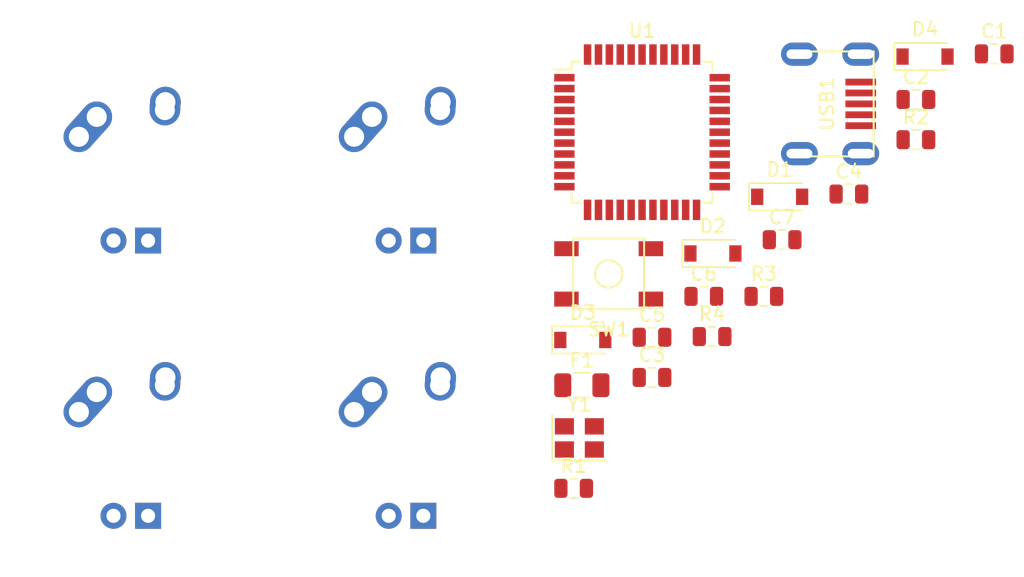
<source format=kicad_pcb>
(kicad_pcb (version 20171130) (host pcbnew "(5.1.4)-1")

  (general
    (thickness 1.6)
    (drawings 0)
    (tracks 0)
    (zones 0)
    (modules 24)
    (nets 49)
  )

  (page A4)
  (layers
    (0 F.Cu signal)
    (31 B.Cu signal)
    (32 B.Adhes user)
    (33 F.Adhes user)
    (34 B.Paste user)
    (35 F.Paste user)
    (36 B.SilkS user)
    (37 F.SilkS user)
    (38 B.Mask user)
    (39 F.Mask user)
    (40 Dwgs.User user)
    (41 Cmts.User user)
    (42 Eco1.User user)
    (43 Eco2.User user)
    (44 Edge.Cuts user)
    (45 Margin user)
    (46 B.CrtYd user)
    (47 F.CrtYd user)
    (48 B.Fab user)
    (49 F.Fab user)
  )

  (setup
    (last_trace_width 0.25)
    (trace_clearance 0.2)
    (zone_clearance 0.508)
    (zone_45_only no)
    (trace_min 0.2)
    (via_size 0.8)
    (via_drill 0.4)
    (via_min_size 0.4)
    (via_min_drill 0.3)
    (uvia_size 0.3)
    (uvia_drill 0.1)
    (uvias_allowed no)
    (uvia_min_size 0.2)
    (uvia_min_drill 0.1)
    (edge_width 0.05)
    (segment_width 0.2)
    (pcb_text_width 0.3)
    (pcb_text_size 1.5 1.5)
    (mod_edge_width 0.12)
    (mod_text_size 1 1)
    (mod_text_width 0.15)
    (pad_size 1.524 1.524)
    (pad_drill 0.762)
    (pad_to_mask_clearance 0.051)
    (solder_mask_min_width 0.25)
    (aux_axis_origin 0 0)
    (visible_elements FFFFFF7F)
    (pcbplotparams
      (layerselection 0x010fc_ffffffff)
      (usegerberextensions false)
      (usegerberattributes false)
      (usegerberadvancedattributes false)
      (creategerberjobfile false)
      (excludeedgelayer true)
      (linewidth 0.100000)
      (plotframeref false)
      (viasonmask false)
      (mode 1)
      (useauxorigin false)
      (hpglpennumber 1)
      (hpglpenspeed 20)
      (hpglpendiameter 15.000000)
      (psnegative false)
      (psa4output false)
      (plotreference true)
      (plotvalue true)
      (plotinvisibletext false)
      (padsonsilk false)
      (subtractmaskfromsilk false)
      (outputformat 1)
      (mirror false)
      (drillshape 1)
      (scaleselection 1)
      (outputdirectory ""))
  )

  (net 0 "")
  (net 1 GND)
  (net 2 +5V)
  (net 3 "Net-(C3-Pad1)")
  (net 4 "Net-(C4-Pad1)")
  (net 5 "Net-(C6-Pad1)")
  (net 6 "Net-(D1-Pad2)")
  (net 7 ROW0)
  (net 8 "Net-(D2-Pad2)")
  (net 9 ROW1)
  (net 10 "Net-(D3-Pad2)")
  (net 11 "Net-(D4-Pad2)")
  (net 12 VCC)
  (net 13 "Net-(MX1-Pad1)")
  (net 14 "Net-(MX3-Pad1)")
  (net 15 "Net-(R1-Pad2)")
  (net 16 D-)
  (net 17 "Net-(R2-Pad2)")
  (net 18 D+)
  (net 19 "Net-(R3-Pad2)")
  (net 20 "Net-(R4-Pad2)")
  (net 21 "Net-(U1-Pad42)")
  (net 22 "Net-(U1-Pad41)")
  (net 23 "Net-(U1-Pad40)")
  (net 24 "Net-(U1-Pad39)")
  (net 25 "Net-(U1-Pad38)")
  (net 26 "Net-(U1-Pad37)")
  (net 27 "Net-(U1-Pad36)")
  (net 28 "Net-(U1-Pad32)")
  (net 29 "Net-(U1-Pad31)")
  (net 30 "Net-(U1-Pad30)")
  (net 31 "Net-(U1-Pad29)")
  (net 32 "Net-(U1-Pad28)")
  (net 33 "Net-(U1-Pad27)")
  (net 34 "Net-(U1-Pad26)")
  (net 35 "Net-(U1-Pad25)")
  (net 36 "Net-(U1-Pad22)")
  (net 37 "Net-(U1-Pad21)")
  (net 38 "Net-(U1-Pad20)")
  (net 39 "Net-(U1-Pad19)")
  (net 40 "Net-(U1-Pad18)")
  (net 41 "Net-(U1-Pad12)")
  (net 42 "Net-(U1-Pad11)")
  (net 43 "Net-(U1-Pad10)")
  (net 44 "Net-(U1-Pad9)")
  (net 45 "Net-(U1-Pad8)")
  (net 46 "Net-(U1-Pad1)")
  (net 47 "Net-(USB1-Pad6)")
  (net 48 "Net-(USB1-Pad2)")

  (net_class Default "This is the default net class."
    (clearance 0.2)
    (trace_width 0.25)
    (via_dia 0.8)
    (via_drill 0.4)
    (uvia_dia 0.3)
    (uvia_drill 0.1)
    (add_net +5V)
    (add_net D+)
    (add_net D-)
    (add_net GND)
    (add_net "Net-(C3-Pad1)")
    (add_net "Net-(C4-Pad1)")
    (add_net "Net-(C6-Pad1)")
    (add_net "Net-(D1-Pad2)")
    (add_net "Net-(D2-Pad2)")
    (add_net "Net-(D3-Pad2)")
    (add_net "Net-(D4-Pad2)")
    (add_net "Net-(MX1-Pad1)")
    (add_net "Net-(MX3-Pad1)")
    (add_net "Net-(R1-Pad2)")
    (add_net "Net-(R2-Pad2)")
    (add_net "Net-(R3-Pad2)")
    (add_net "Net-(R4-Pad2)")
    (add_net "Net-(U1-Pad1)")
    (add_net "Net-(U1-Pad10)")
    (add_net "Net-(U1-Pad11)")
    (add_net "Net-(U1-Pad12)")
    (add_net "Net-(U1-Pad18)")
    (add_net "Net-(U1-Pad19)")
    (add_net "Net-(U1-Pad20)")
    (add_net "Net-(U1-Pad21)")
    (add_net "Net-(U1-Pad22)")
    (add_net "Net-(U1-Pad25)")
    (add_net "Net-(U1-Pad26)")
    (add_net "Net-(U1-Pad27)")
    (add_net "Net-(U1-Pad28)")
    (add_net "Net-(U1-Pad29)")
    (add_net "Net-(U1-Pad30)")
    (add_net "Net-(U1-Pad31)")
    (add_net "Net-(U1-Pad32)")
    (add_net "Net-(U1-Pad36)")
    (add_net "Net-(U1-Pad37)")
    (add_net "Net-(U1-Pad38)")
    (add_net "Net-(U1-Pad39)")
    (add_net "Net-(U1-Pad40)")
    (add_net "Net-(U1-Pad41)")
    (add_net "Net-(U1-Pad42)")
    (add_net "Net-(U1-Pad8)")
    (add_net "Net-(U1-Pad9)")
    (add_net "Net-(USB1-Pad2)")
    (add_net "Net-(USB1-Pad6)")
    (add_net ROW0)
    (add_net ROW1)
    (add_net VCC)
  )

  (module MX_Alps_Hybrid:MX-1U (layer F.Cu) (tedit 5A9F3A9A) (tstamp 64331556)
    (at 35.000001 55.200001)
    (path /643DEA5F)
    (fp_text reference MX2 (at 0 3.175) (layer Dwgs.User)
      (effects (font (size 1 1) (thickness 0.15)))
    )
    (fp_text value MX-NoLED (at 0 -7.9375) (layer Dwgs.User)
      (effects (font (size 1 1) (thickness 0.15)))
    )
    (fp_line (start -9.525 9.525) (end -9.525 -9.525) (layer Dwgs.User) (width 0.15))
    (fp_line (start 9.525 9.525) (end -9.525 9.525) (layer Dwgs.User) (width 0.15))
    (fp_line (start 9.525 -9.525) (end 9.525 9.525) (layer Dwgs.User) (width 0.15))
    (fp_line (start -9.525 -9.525) (end 9.525 -9.525) (layer Dwgs.User) (width 0.15))
    (fp_line (start -7 -7) (end -7 -5) (layer Dwgs.User) (width 0.15))
    (fp_line (start -5 -7) (end -7 -7) (layer Dwgs.User) (width 0.15))
    (fp_line (start -7 7) (end -5 7) (layer Dwgs.User) (width 0.15))
    (fp_line (start -7 5) (end -7 7) (layer Dwgs.User) (width 0.15))
    (fp_line (start 7 7) (end 7 5) (layer Dwgs.User) (width 0.15))
    (fp_line (start 5 7) (end 7 7) (layer Dwgs.User) (width 0.15))
    (fp_line (start 7 -7) (end 7 -5) (layer Dwgs.User) (width 0.15))
    (fp_line (start 5 -7) (end 7 -7) (layer Dwgs.User) (width 0.15))
    (pad "" np_thru_hole circle (at 5.08 0 48.0996) (size 1.75 1.75) (drill 1.75) (layers *.Cu *.Mask))
    (pad "" np_thru_hole circle (at -5.08 0 48.0996) (size 1.75 1.75) (drill 1.75) (layers *.Cu *.Mask))
    (pad 4 thru_hole rect (at 1.27 5.08) (size 1.905 1.905) (drill 1.04) (layers *.Cu B.Mask))
    (pad 3 thru_hole circle (at -1.27 5.08) (size 1.905 1.905) (drill 1.04) (layers *.Cu B.Mask))
    (pad 1 thru_hole circle (at -2.5 -4) (size 2.25 2.25) (drill 1.47) (layers *.Cu B.Mask)
      (net 13 "Net-(MX1-Pad1)"))
    (pad "" np_thru_hole circle (at 0 0) (size 3.9878 3.9878) (drill 3.9878) (layers *.Cu *.Mask))
    (pad 1 thru_hole oval (at -3.81 -2.54 48.0996) (size 4.211556 2.25) (drill 1.47 (offset 0.980778 0)) (layers *.Cu B.Mask)
      (net 13 "Net-(MX1-Pad1)"))
    (pad 2 thru_hole circle (at 2.54 -5.08) (size 2.25 2.25) (drill 1.47) (layers *.Cu B.Mask)
      (net 8 "Net-(D2-Pad2)"))
    (pad 2 thru_hole oval (at 2.5 -4.5 86.0548) (size 2.831378 2.25) (drill 1.47 (offset 0.290689 0)) (layers *.Cu B.Mask)
      (net 8 "Net-(D2-Pad2)"))
  )

  (module MX_Alps_Hybrid:MX-1U (layer F.Cu) (tedit 5A9F3A9A) (tstamp 6433156F)
    (at 55.200001 55.200001)
    (path /643DC28E)
    (fp_text reference MX3 (at 0 3.175) (layer Dwgs.User)
      (effects (font (size 1 1) (thickness 0.15)))
    )
    (fp_text value MX-NoLED (at 0 -7.9375) (layer Dwgs.User)
      (effects (font (size 1 1) (thickness 0.15)))
    )
    (fp_line (start -9.525 9.525) (end -9.525 -9.525) (layer Dwgs.User) (width 0.15))
    (fp_line (start 9.525 9.525) (end -9.525 9.525) (layer Dwgs.User) (width 0.15))
    (fp_line (start 9.525 -9.525) (end 9.525 9.525) (layer Dwgs.User) (width 0.15))
    (fp_line (start -9.525 -9.525) (end 9.525 -9.525) (layer Dwgs.User) (width 0.15))
    (fp_line (start -7 -7) (end -7 -5) (layer Dwgs.User) (width 0.15))
    (fp_line (start -5 -7) (end -7 -7) (layer Dwgs.User) (width 0.15))
    (fp_line (start -7 7) (end -5 7) (layer Dwgs.User) (width 0.15))
    (fp_line (start -7 5) (end -7 7) (layer Dwgs.User) (width 0.15))
    (fp_line (start 7 7) (end 7 5) (layer Dwgs.User) (width 0.15))
    (fp_line (start 5 7) (end 7 7) (layer Dwgs.User) (width 0.15))
    (fp_line (start 7 -7) (end 7 -5) (layer Dwgs.User) (width 0.15))
    (fp_line (start 5 -7) (end 7 -7) (layer Dwgs.User) (width 0.15))
    (pad "" np_thru_hole circle (at 5.08 0 48.0996) (size 1.75 1.75) (drill 1.75) (layers *.Cu *.Mask))
    (pad "" np_thru_hole circle (at -5.08 0 48.0996) (size 1.75 1.75) (drill 1.75) (layers *.Cu *.Mask))
    (pad 4 thru_hole rect (at 1.27 5.08) (size 1.905 1.905) (drill 1.04) (layers *.Cu B.Mask))
    (pad 3 thru_hole circle (at -1.27 5.08) (size 1.905 1.905) (drill 1.04) (layers *.Cu B.Mask))
    (pad 1 thru_hole circle (at -2.5 -4) (size 2.25 2.25) (drill 1.47) (layers *.Cu B.Mask)
      (net 14 "Net-(MX3-Pad1)"))
    (pad "" np_thru_hole circle (at 0 0) (size 3.9878 3.9878) (drill 3.9878) (layers *.Cu *.Mask))
    (pad 1 thru_hole oval (at -3.81 -2.54 48.0996) (size 4.211556 2.25) (drill 1.47 (offset 0.980778 0)) (layers *.Cu B.Mask)
      (net 14 "Net-(MX3-Pad1)"))
    (pad 2 thru_hole circle (at 2.54 -5.08) (size 2.25 2.25) (drill 1.47) (layers *.Cu B.Mask)
      (net 10 "Net-(D3-Pad2)"))
    (pad 2 thru_hole oval (at 2.5 -4.5 86.0548) (size 2.831378 2.25) (drill 1.47 (offset 0.290689 0)) (layers *.Cu B.Mask)
      (net 10 "Net-(D3-Pad2)"))
  )

  (module Crystal:Crystal_SMD_3225-4Pin_3.2x2.5mm (layer F.Cu) (tedit 5A0FD1B2) (tstamp 64331661)
    (at 67.925001 54.565001)
    (descr "SMD Crystal SERIES SMD3225/4 http://www.txccrystal.com/images/pdf/7m-accuracy.pdf, 3.2x2.5mm^2 package")
    (tags "SMD SMT crystal")
    (path /6440020C)
    (attr smd)
    (fp_text reference Y1 (at 0 -2.45) (layer F.SilkS)
      (effects (font (size 1 1) (thickness 0.15)))
    )
    (fp_text value Crystal_GND24_Small (at 0 2.45) (layer F.Fab)
      (effects (font (size 1 1) (thickness 0.15)))
    )
    (fp_line (start 2.1 -1.7) (end -2.1 -1.7) (layer F.CrtYd) (width 0.05))
    (fp_line (start 2.1 1.7) (end 2.1 -1.7) (layer F.CrtYd) (width 0.05))
    (fp_line (start -2.1 1.7) (end 2.1 1.7) (layer F.CrtYd) (width 0.05))
    (fp_line (start -2.1 -1.7) (end -2.1 1.7) (layer F.CrtYd) (width 0.05))
    (fp_line (start -2 1.65) (end 2 1.65) (layer F.SilkS) (width 0.12))
    (fp_line (start -2 -1.65) (end -2 1.65) (layer F.SilkS) (width 0.12))
    (fp_line (start -1.6 0.25) (end -0.6 1.25) (layer F.Fab) (width 0.1))
    (fp_line (start 1.6 -1.25) (end -1.6 -1.25) (layer F.Fab) (width 0.1))
    (fp_line (start 1.6 1.25) (end 1.6 -1.25) (layer F.Fab) (width 0.1))
    (fp_line (start -1.6 1.25) (end 1.6 1.25) (layer F.Fab) (width 0.1))
    (fp_line (start -1.6 -1.25) (end -1.6 1.25) (layer F.Fab) (width 0.1))
    (fp_text user %R (at 0 0) (layer F.Fab)
      (effects (font (size 0.7 0.7) (thickness 0.105)))
    )
    (pad 4 smd rect (at -1.1 -0.85) (size 1.4 1.2) (layers F.Cu F.Paste F.Mask)
      (net 1 GND))
    (pad 3 smd rect (at 1.1 -0.85) (size 1.4 1.2) (layers F.Cu F.Paste F.Mask)
      (net 4 "Net-(C4-Pad1)"))
    (pad 2 smd rect (at 1.1 0.85) (size 1.4 1.2) (layers F.Cu F.Paste F.Mask)
      (net 1 GND))
    (pad 1 smd rect (at -1.1 0.85) (size 1.4 1.2) (layers F.Cu F.Paste F.Mask)
      (net 3 "Net-(C3-Pad1)"))
    (model ${KISYS3DMOD}/Crystal.3dshapes/Crystal_SMD_3225-4Pin_3.2x2.5mm.wrl
      (at (xyz 0 0 0))
      (scale (xyz 1 1 1))
      (rotate (xyz 0 0 0))
    )
  )

  (module random-keyboard-parts:Molex-0548190589 (layer F.Cu) (tedit 5C494815) (tstamp 6433164D)
    (at 84.075001 30.047001)
    (path /643C85A4)
    (attr smd)
    (fp_text reference USB1 (at 2.032 0 90) (layer F.SilkS)
      (effects (font (size 1 1) (thickness 0.15)))
    )
    (fp_text value Molex-0548190589 (at -5.08 0 90) (layer Dwgs.User)
      (effects (font (size 1 1) (thickness 0.15)))
    )
    (fp_text user %R (at 2 0 90) (layer F.CrtYd)
      (effects (font (size 1 1) (thickness 0.15)))
    )
    (fp_line (start 3.25 -1.25) (end 5.5 -1.25) (layer F.CrtYd) (width 0.15))
    (fp_line (start 5.5 -0.5) (end 3.25 -0.5) (layer F.CrtYd) (width 0.15))
    (fp_line (start 3.25 0.5) (end 5.5 0.5) (layer F.CrtYd) (width 0.15))
    (fp_line (start 5.5 1.25) (end 3.25 1.25) (layer F.CrtYd) (width 0.15))
    (fp_line (start 3.25 2) (end 5.5 2) (layer F.CrtYd) (width 0.15))
    (fp_line (start 3.25 -2) (end 3.25 2) (layer F.CrtYd) (width 0.15))
    (fp_line (start 5.5 -2) (end 3.25 -2) (layer F.CrtYd) (width 0.15))
    (fp_line (start -3.75 3.75) (end -3.75 -3.75) (layer F.CrtYd) (width 0.15))
    (fp_line (start 5.5 3.75) (end -3.75 3.75) (layer F.CrtYd) (width 0.15))
    (fp_line (start 5.5 -3.75) (end 5.5 3.75) (layer F.CrtYd) (width 0.15))
    (fp_line (start -3.75 -3.75) (end 5.5 -3.75) (layer F.CrtYd) (width 0.15))
    (fp_line (start 0 -3.85) (end 5.45 -3.85) (layer F.SilkS) (width 0.15))
    (fp_line (start 0 3.85) (end 5.45 3.85) (layer F.SilkS) (width 0.15))
    (fp_line (start 5.45 -3.85) (end 5.45 3.85) (layer F.SilkS) (width 0.15))
    (fp_line (start -3.75 -3.85) (end 0 -3.85) (layer Dwgs.User) (width 0.15))
    (fp_line (start -3.75 3.85) (end 0 3.85) (layer Dwgs.User) (width 0.15))
    (fp_line (start -1.75 -4.572) (end -1.75 4.572) (layer Dwgs.User) (width 0.15))
    (fp_line (start -3.75 -3.85) (end -3.75 3.85) (layer Dwgs.User) (width 0.15))
    (pad 6 thru_hole oval (at 0 -3.65) (size 2.7 1.7) (drill oval 1.9 0.7) (layers *.Cu *.Mask)
      (net 47 "Net-(USB1-Pad6)"))
    (pad 6 thru_hole oval (at 0 3.65) (size 2.7 1.7) (drill oval 1.9 0.7) (layers *.Cu *.Mask)
      (net 47 "Net-(USB1-Pad6)"))
    (pad 6 thru_hole oval (at 4.5 3.65) (size 2.7 1.7) (drill oval 1.9 0.7) (layers *.Cu *.Mask)
      (net 47 "Net-(USB1-Pad6)"))
    (pad 6 thru_hole oval (at 4.5 -3.65) (size 2.7 1.7) (drill oval 1.9 0.7) (layers *.Cu *.Mask)
      (net 47 "Net-(USB1-Pad6)"))
    (pad 5 smd rect (at 4.5 -1.6) (size 2.25 0.5) (layers F.Cu F.Paste F.Mask)
      (net 12 VCC))
    (pad 4 smd rect (at 4.5 -0.8) (size 2.25 0.5) (layers F.Cu F.Paste F.Mask)
      (net 16 D-))
    (pad 3 smd rect (at 4.5 0) (size 2.25 0.5) (layers F.Cu F.Paste F.Mask)
      (net 18 D+))
    (pad 2 smd rect (at 4.5 0.8) (size 2.25 0.5) (layers F.Cu F.Paste F.Mask)
      (net 48 "Net-(USB1-Pad2)"))
    (pad 1 smd rect (at 4.5 1.6) (size 2.25 0.5) (layers F.Cu F.Paste F.Mask)
      (net 1 GND))
  )

  (module Package_QFP:TQFP-44_10x10mm_P0.8mm (layer F.Cu) (tedit 5A02F146) (tstamp 6433162D)
    (at 72.525001 32.125001)
    (descr "44-Lead Plastic Thin Quad Flatpack (PT) - 10x10x1.0 mm Body [TQFP] (see Microchip Packaging Specification 00000049BS.pdf)")
    (tags "QFP 0.8")
    (path /6433A4A7)
    (attr smd)
    (fp_text reference U1 (at 0 -7.45) (layer F.SilkS)
      (effects (font (size 1 1) (thickness 0.15)))
    )
    (fp_text value ATmega32U4-AU (at 0 7.45) (layer F.Fab)
      (effects (font (size 1 1) (thickness 0.15)))
    )
    (fp_line (start -5.175 -4.6) (end -6.45 -4.6) (layer F.SilkS) (width 0.15))
    (fp_line (start 5.175 -5.175) (end 4.5 -5.175) (layer F.SilkS) (width 0.15))
    (fp_line (start 5.175 5.175) (end 4.5 5.175) (layer F.SilkS) (width 0.15))
    (fp_line (start -5.175 5.175) (end -4.5 5.175) (layer F.SilkS) (width 0.15))
    (fp_line (start -5.175 -5.175) (end -4.5 -5.175) (layer F.SilkS) (width 0.15))
    (fp_line (start -5.175 5.175) (end -5.175 4.5) (layer F.SilkS) (width 0.15))
    (fp_line (start 5.175 5.175) (end 5.175 4.5) (layer F.SilkS) (width 0.15))
    (fp_line (start 5.175 -5.175) (end 5.175 -4.5) (layer F.SilkS) (width 0.15))
    (fp_line (start -5.175 -5.175) (end -5.175 -4.6) (layer F.SilkS) (width 0.15))
    (fp_line (start -6.7 6.7) (end 6.7 6.7) (layer F.CrtYd) (width 0.05))
    (fp_line (start -6.7 -6.7) (end 6.7 -6.7) (layer F.CrtYd) (width 0.05))
    (fp_line (start 6.7 -6.7) (end 6.7 6.7) (layer F.CrtYd) (width 0.05))
    (fp_line (start -6.7 -6.7) (end -6.7 6.7) (layer F.CrtYd) (width 0.05))
    (fp_line (start -5 -4) (end -4 -5) (layer F.Fab) (width 0.15))
    (fp_line (start -5 5) (end -5 -4) (layer F.Fab) (width 0.15))
    (fp_line (start 5 5) (end -5 5) (layer F.Fab) (width 0.15))
    (fp_line (start 5 -5) (end 5 5) (layer F.Fab) (width 0.15))
    (fp_line (start -4 -5) (end 5 -5) (layer F.Fab) (width 0.15))
    (fp_text user %R (at 0 0) (layer F.Fab)
      (effects (font (size 1 1) (thickness 0.15)))
    )
    (pad 44 smd rect (at -4 -5.7 90) (size 1.5 0.55) (layers F.Cu F.Paste F.Mask)
      (net 2 +5V))
    (pad 43 smd rect (at -3.2 -5.7 90) (size 1.5 0.55) (layers F.Cu F.Paste F.Mask)
      (net 1 GND))
    (pad 42 smd rect (at -2.4 -5.7 90) (size 1.5 0.55) (layers F.Cu F.Paste F.Mask)
      (net 21 "Net-(U1-Pad42)"))
    (pad 41 smd rect (at -1.6 -5.7 90) (size 1.5 0.55) (layers F.Cu F.Paste F.Mask)
      (net 22 "Net-(U1-Pad41)"))
    (pad 40 smd rect (at -0.8 -5.7 90) (size 1.5 0.55) (layers F.Cu F.Paste F.Mask)
      (net 23 "Net-(U1-Pad40)"))
    (pad 39 smd rect (at 0 -5.7 90) (size 1.5 0.55) (layers F.Cu F.Paste F.Mask)
      (net 24 "Net-(U1-Pad39)"))
    (pad 38 smd rect (at 0.8 -5.7 90) (size 1.5 0.55) (layers F.Cu F.Paste F.Mask)
      (net 25 "Net-(U1-Pad38)"))
    (pad 37 smd rect (at 1.6 -5.7 90) (size 1.5 0.55) (layers F.Cu F.Paste F.Mask)
      (net 26 "Net-(U1-Pad37)"))
    (pad 36 smd rect (at 2.4 -5.7 90) (size 1.5 0.55) (layers F.Cu F.Paste F.Mask)
      (net 27 "Net-(U1-Pad36)"))
    (pad 35 smd rect (at 3.2 -5.7 90) (size 1.5 0.55) (layers F.Cu F.Paste F.Mask)
      (net 1 GND))
    (pad 34 smd rect (at 4 -5.7 90) (size 1.5 0.55) (layers F.Cu F.Paste F.Mask)
      (net 2 +5V))
    (pad 33 smd rect (at 5.7 -4) (size 1.5 0.55) (layers F.Cu F.Paste F.Mask)
      (net 20 "Net-(R4-Pad2)"))
    (pad 32 smd rect (at 5.7 -3.2) (size 1.5 0.55) (layers F.Cu F.Paste F.Mask)
      (net 28 "Net-(U1-Pad32)"))
    (pad 31 smd rect (at 5.7 -2.4) (size 1.5 0.55) (layers F.Cu F.Paste F.Mask)
      (net 29 "Net-(U1-Pad31)"))
    (pad 30 smd rect (at 5.7 -1.6) (size 1.5 0.55) (layers F.Cu F.Paste F.Mask)
      (net 30 "Net-(U1-Pad30)"))
    (pad 29 smd rect (at 5.7 -0.8) (size 1.5 0.55) (layers F.Cu F.Paste F.Mask)
      (net 31 "Net-(U1-Pad29)"))
    (pad 28 smd rect (at 5.7 0) (size 1.5 0.55) (layers F.Cu F.Paste F.Mask)
      (net 32 "Net-(U1-Pad28)"))
    (pad 27 smd rect (at 5.7 0.8) (size 1.5 0.55) (layers F.Cu F.Paste F.Mask)
      (net 33 "Net-(U1-Pad27)"))
    (pad 26 smd rect (at 5.7 1.6) (size 1.5 0.55) (layers F.Cu F.Paste F.Mask)
      (net 34 "Net-(U1-Pad26)"))
    (pad 25 smd rect (at 5.7 2.4) (size 1.5 0.55) (layers F.Cu F.Paste F.Mask)
      (net 35 "Net-(U1-Pad25)"))
    (pad 24 smd rect (at 5.7 3.2) (size 1.5 0.55) (layers F.Cu F.Paste F.Mask)
      (net 2 +5V))
    (pad 23 smd rect (at 5.7 4) (size 1.5 0.55) (layers F.Cu F.Paste F.Mask)
      (net 1 GND))
    (pad 22 smd rect (at 4 5.7 90) (size 1.5 0.55) (layers F.Cu F.Paste F.Mask)
      (net 36 "Net-(U1-Pad22)"))
    (pad 21 smd rect (at 3.2 5.7 90) (size 1.5 0.55) (layers F.Cu F.Paste F.Mask)
      (net 37 "Net-(U1-Pad21)"))
    (pad 20 smd rect (at 2.4 5.7 90) (size 1.5 0.55) (layers F.Cu F.Paste F.Mask)
      (net 38 "Net-(U1-Pad20)"))
    (pad 19 smd rect (at 1.6 5.7 90) (size 1.5 0.55) (layers F.Cu F.Paste F.Mask)
      (net 39 "Net-(U1-Pad19)"))
    (pad 18 smd rect (at 0.8 5.7 90) (size 1.5 0.55) (layers F.Cu F.Paste F.Mask)
      (net 40 "Net-(U1-Pad18)"))
    (pad 17 smd rect (at 0 5.7 90) (size 1.5 0.55) (layers F.Cu F.Paste F.Mask)
      (net 3 "Net-(C3-Pad1)"))
    (pad 16 smd rect (at -0.8 5.7 90) (size 1.5 0.55) (layers F.Cu F.Paste F.Mask)
      (net 4 "Net-(C4-Pad1)"))
    (pad 15 smd rect (at -1.6 5.7 90) (size 1.5 0.55) (layers F.Cu F.Paste F.Mask)
      (net 1 GND))
    (pad 14 smd rect (at -2.4 5.7 90) (size 1.5 0.55) (layers F.Cu F.Paste F.Mask)
      (net 2 +5V))
    (pad 13 smd rect (at -3.2 5.7 90) (size 1.5 0.55) (layers F.Cu F.Paste F.Mask)
      (net 19 "Net-(R3-Pad2)"))
    (pad 12 smd rect (at -4 5.7 90) (size 1.5 0.55) (layers F.Cu F.Paste F.Mask)
      (net 41 "Net-(U1-Pad12)"))
    (pad 11 smd rect (at -5.7 4) (size 1.5 0.55) (layers F.Cu F.Paste F.Mask)
      (net 42 "Net-(U1-Pad11)"))
    (pad 10 smd rect (at -5.7 3.2) (size 1.5 0.55) (layers F.Cu F.Paste F.Mask)
      (net 43 "Net-(U1-Pad10)"))
    (pad 9 smd rect (at -5.7 2.4) (size 1.5 0.55) (layers F.Cu F.Paste F.Mask)
      (net 44 "Net-(U1-Pad9)"))
    (pad 8 smd rect (at -5.7 1.6) (size 1.5 0.55) (layers F.Cu F.Paste F.Mask)
      (net 45 "Net-(U1-Pad8)"))
    (pad 7 smd rect (at -5.7 0.8) (size 1.5 0.55) (layers F.Cu F.Paste F.Mask)
      (net 2 +5V))
    (pad 6 smd rect (at -5.7 0) (size 1.5 0.55) (layers F.Cu F.Paste F.Mask)
      (net 5 "Net-(C6-Pad1)"))
    (pad 5 smd rect (at -5.7 -0.8) (size 1.5 0.55) (layers F.Cu F.Paste F.Mask)
      (net 1 GND))
    (pad 4 smd rect (at -5.7 -1.6) (size 1.5 0.55) (layers F.Cu F.Paste F.Mask)
      (net 17 "Net-(R2-Pad2)"))
    (pad 3 smd rect (at -5.7 -2.4) (size 1.5 0.55) (layers F.Cu F.Paste F.Mask)
      (net 15 "Net-(R1-Pad2)"))
    (pad 2 smd rect (at -5.7 -3.2) (size 1.5 0.55) (layers F.Cu F.Paste F.Mask)
      (net 2 +5V))
    (pad 1 smd rect (at -5.7 -4) (size 1.5 0.55) (layers F.Cu F.Paste F.Mask)
      (net 46 "Net-(U1-Pad1)"))
    (model ${KISYS3DMOD}/Package_QFP.3dshapes/TQFP-44_10x10mm_P0.8mm.wrl
      (at (xyz 0 0 0))
      (scale (xyz 1 1 1))
      (rotate (xyz 0 0 0))
    )
  )

  (module random-keyboard-parts:SKQG-1155865 (layer F.Cu) (tedit 5E62B398) (tstamp 643315EA)
    (at 70.075001 42.525001)
    (path /643A5CD5)
    (attr smd)
    (fp_text reference SW1 (at 0 4.064) (layer F.SilkS)
      (effects (font (size 1 1) (thickness 0.15)))
    )
    (fp_text value SW_Push (at 0 -4.064) (layer F.Fab)
      (effects (font (size 1 1) (thickness 0.15)))
    )
    (fp_line (start -2.6 -2.6) (end 2.6 -2.6) (layer F.SilkS) (width 0.15))
    (fp_line (start 2.6 -2.6) (end 2.6 2.6) (layer F.SilkS) (width 0.15))
    (fp_line (start 2.6 2.6) (end -2.6 2.6) (layer F.SilkS) (width 0.15))
    (fp_line (start -2.6 2.6) (end -2.6 -2.6) (layer F.SilkS) (width 0.15))
    (fp_circle (center 0 0) (end 1 0) (layer F.SilkS) (width 0.15))
    (fp_line (start -4.2 -2.6) (end 4.2 -2.6) (layer F.Fab) (width 0.15))
    (fp_line (start 4.2 -2.6) (end 4.2 -1.2) (layer F.Fab) (width 0.15))
    (fp_line (start 4.2 -1.1) (end 2.6 -1.1) (layer F.Fab) (width 0.15))
    (fp_line (start 2.6 -1.1) (end 2.6 1.1) (layer F.Fab) (width 0.15))
    (fp_line (start 2.6 1.1) (end 4.2 1.1) (layer F.Fab) (width 0.15))
    (fp_line (start 4.2 1.1) (end 4.2 2.6) (layer F.Fab) (width 0.15))
    (fp_line (start 4.2 2.6) (end -4.2 2.6) (layer F.Fab) (width 0.15))
    (fp_line (start -4.2 2.6) (end -4.2 1.1) (layer F.Fab) (width 0.15))
    (fp_line (start -4.2 1.1) (end -2.6 1.1) (layer F.Fab) (width 0.15))
    (fp_line (start -2.6 1.1) (end -2.6 -1.1) (layer F.Fab) (width 0.15))
    (fp_line (start -2.6 -1.1) (end -4.2 -1.1) (layer F.Fab) (width 0.15))
    (fp_line (start -4.2 -1.1) (end -4.2 -2.6) (layer F.Fab) (width 0.15))
    (fp_circle (center 0 0) (end 1 0) (layer F.Fab) (width 0.15))
    (fp_line (start -2.6 -1.1) (end -1.1 -2.6) (layer F.Fab) (width 0.15))
    (fp_line (start 2.6 -1.1) (end 1.1 -2.6) (layer F.Fab) (width 0.15))
    (fp_line (start 2.6 1.1) (end 1.1 2.6) (layer F.Fab) (width 0.15))
    (fp_line (start -2.6 1.1) (end -1.1 2.6) (layer F.Fab) (width 0.15))
    (pad 4 smd rect (at -3.1 1.85) (size 1.8 1.1) (layers F.Cu F.Paste F.Mask))
    (pad 3 smd rect (at 3.1 -1.85) (size 1.8 1.1) (layers F.Cu F.Paste F.Mask))
    (pad 2 smd rect (at -3.1 -1.85) (size 1.8 1.1) (layers F.Cu F.Paste F.Mask)
      (net 19 "Net-(R3-Pad2)"))
    (pad 1 smd rect (at 3.1 1.85) (size 1.8 1.1) (layers F.Cu F.Paste F.Mask)
      (net 1 GND))
    (model ${KISYS3DMOD}/Button_Switch_SMD.3dshapes/SW_SPST_TL3342.step
      (at (xyz 0 0 0))
      (scale (xyz 1 1 1))
      (rotate (xyz 0 0 0))
    )
  )

  (module Resistor_SMD:R_0805_2012Metric (layer F.Cu) (tedit 5B36C52B) (tstamp 643315CC)
    (at 77.665001 47.125001)
    (descr "Resistor SMD 0805 (2012 Metric), square (rectangular) end terminal, IPC_7351 nominal, (Body size source: https://docs.google.com/spreadsheets/d/1BsfQQcO9C6DZCsRaXUlFlo91Tg2WpOkGARC1WS5S8t0/edit?usp=sharing), generated with kicad-footprint-generator")
    (tags resistor)
    (path /6434FA4A)
    (attr smd)
    (fp_text reference R4 (at 0 -1.65) (layer F.SilkS)
      (effects (font (size 1 1) (thickness 0.15)))
    )
    (fp_text value 10k (at 0 1.65) (layer F.Fab)
      (effects (font (size 1 1) (thickness 0.15)))
    )
    (fp_text user %R (at 0 0) (layer F.Fab)
      (effects (font (size 0.5 0.5) (thickness 0.08)))
    )
    (fp_line (start 1.68 0.95) (end -1.68 0.95) (layer F.CrtYd) (width 0.05))
    (fp_line (start 1.68 -0.95) (end 1.68 0.95) (layer F.CrtYd) (width 0.05))
    (fp_line (start -1.68 -0.95) (end 1.68 -0.95) (layer F.CrtYd) (width 0.05))
    (fp_line (start -1.68 0.95) (end -1.68 -0.95) (layer F.CrtYd) (width 0.05))
    (fp_line (start -0.258578 0.71) (end 0.258578 0.71) (layer F.SilkS) (width 0.12))
    (fp_line (start -0.258578 -0.71) (end 0.258578 -0.71) (layer F.SilkS) (width 0.12))
    (fp_line (start 1 0.6) (end -1 0.6) (layer F.Fab) (width 0.1))
    (fp_line (start 1 -0.6) (end 1 0.6) (layer F.Fab) (width 0.1))
    (fp_line (start -1 -0.6) (end 1 -0.6) (layer F.Fab) (width 0.1))
    (fp_line (start -1 0.6) (end -1 -0.6) (layer F.Fab) (width 0.1))
    (pad 2 smd roundrect (at 0.9375 0) (size 0.975 1.4) (layers F.Cu F.Paste F.Mask) (roundrect_rratio 0.25)
      (net 20 "Net-(R4-Pad2)"))
    (pad 1 smd roundrect (at -0.9375 0) (size 0.975 1.4) (layers F.Cu F.Paste F.Mask) (roundrect_rratio 0.25)
      (net 1 GND))
    (model ${KISYS3DMOD}/Resistor_SMD.3dshapes/R_0805_2012Metric.wrl
      (at (xyz 0 0 0))
      (scale (xyz 1 1 1))
      (rotate (xyz 0 0 0))
    )
  )

  (module Resistor_SMD:R_0805_2012Metric (layer F.Cu) (tedit 5B36C52B) (tstamp 643315BB)
    (at 81.465001 44.175001)
    (descr "Resistor SMD 0805 (2012 Metric), square (rectangular) end terminal, IPC_7351 nominal, (Body size source: https://docs.google.com/spreadsheets/d/1BsfQQcO9C6DZCsRaXUlFlo91Tg2WpOkGARC1WS5S8t0/edit?usp=sharing), generated with kicad-footprint-generator")
    (tags resistor)
    (path /643ACD68)
    (attr smd)
    (fp_text reference R3 (at 0 -1.65) (layer F.SilkS)
      (effects (font (size 1 1) (thickness 0.15)))
    )
    (fp_text value R_Small (at 0 1.65) (layer F.Fab)
      (effects (font (size 1 1) (thickness 0.15)))
    )
    (fp_text user %R (at 0 0) (layer F.Fab)
      (effects (font (size 0.5 0.5) (thickness 0.08)))
    )
    (fp_line (start 1.68 0.95) (end -1.68 0.95) (layer F.CrtYd) (width 0.05))
    (fp_line (start 1.68 -0.95) (end 1.68 0.95) (layer F.CrtYd) (width 0.05))
    (fp_line (start -1.68 -0.95) (end 1.68 -0.95) (layer F.CrtYd) (width 0.05))
    (fp_line (start -1.68 0.95) (end -1.68 -0.95) (layer F.CrtYd) (width 0.05))
    (fp_line (start -0.258578 0.71) (end 0.258578 0.71) (layer F.SilkS) (width 0.12))
    (fp_line (start -0.258578 -0.71) (end 0.258578 -0.71) (layer F.SilkS) (width 0.12))
    (fp_line (start 1 0.6) (end -1 0.6) (layer F.Fab) (width 0.1))
    (fp_line (start 1 -0.6) (end 1 0.6) (layer F.Fab) (width 0.1))
    (fp_line (start -1 -0.6) (end 1 -0.6) (layer F.Fab) (width 0.1))
    (fp_line (start -1 0.6) (end -1 -0.6) (layer F.Fab) (width 0.1))
    (pad 2 smd roundrect (at 0.9375 0) (size 0.975 1.4) (layers F.Cu F.Paste F.Mask) (roundrect_rratio 0.25)
      (net 19 "Net-(R3-Pad2)"))
    (pad 1 smd roundrect (at -0.9375 0) (size 0.975 1.4) (layers F.Cu F.Paste F.Mask) (roundrect_rratio 0.25)
      (net 2 +5V))
    (model ${KISYS3DMOD}/Resistor_SMD.3dshapes/R_0805_2012Metric.wrl
      (at (xyz 0 0 0))
      (scale (xyz 1 1 1))
      (rotate (xyz 0 0 0))
    )
  )

  (module Resistor_SMD:R_0805_2012Metric (layer F.Cu) (tedit 5B36C52B) (tstamp 643315AA)
    (at 92.625001 32.675001)
    (descr "Resistor SMD 0805 (2012 Metric), square (rectangular) end terminal, IPC_7351 nominal, (Body size source: https://docs.google.com/spreadsheets/d/1BsfQQcO9C6DZCsRaXUlFlo91Tg2WpOkGARC1WS5S8t0/edit?usp=sharing), generated with kicad-footprint-generator")
    (tags resistor)
    (path /643532BF)
    (attr smd)
    (fp_text reference R2 (at 0 -1.65) (layer F.SilkS)
      (effects (font (size 1 1) (thickness 0.15)))
    )
    (fp_text value 22 (at 0 1.65) (layer F.Fab)
      (effects (font (size 1 1) (thickness 0.15)))
    )
    (fp_text user %R (at 0 0) (layer F.Fab)
      (effects (font (size 0.5 0.5) (thickness 0.08)))
    )
    (fp_line (start 1.68 0.95) (end -1.68 0.95) (layer F.CrtYd) (width 0.05))
    (fp_line (start 1.68 -0.95) (end 1.68 0.95) (layer F.CrtYd) (width 0.05))
    (fp_line (start -1.68 -0.95) (end 1.68 -0.95) (layer F.CrtYd) (width 0.05))
    (fp_line (start -1.68 0.95) (end -1.68 -0.95) (layer F.CrtYd) (width 0.05))
    (fp_line (start -0.258578 0.71) (end 0.258578 0.71) (layer F.SilkS) (width 0.12))
    (fp_line (start -0.258578 -0.71) (end 0.258578 -0.71) (layer F.SilkS) (width 0.12))
    (fp_line (start 1 0.6) (end -1 0.6) (layer F.Fab) (width 0.1))
    (fp_line (start 1 -0.6) (end 1 0.6) (layer F.Fab) (width 0.1))
    (fp_line (start -1 -0.6) (end 1 -0.6) (layer F.Fab) (width 0.1))
    (fp_line (start -1 0.6) (end -1 -0.6) (layer F.Fab) (width 0.1))
    (pad 2 smd roundrect (at 0.9375 0) (size 0.975 1.4) (layers F.Cu F.Paste F.Mask) (roundrect_rratio 0.25)
      (net 17 "Net-(R2-Pad2)"))
    (pad 1 smd roundrect (at -0.9375 0) (size 0.975 1.4) (layers F.Cu F.Paste F.Mask) (roundrect_rratio 0.25)
      (net 18 D+))
    (model ${KISYS3DMOD}/Resistor_SMD.3dshapes/R_0805_2012Metric.wrl
      (at (xyz 0 0 0))
      (scale (xyz 1 1 1))
      (rotate (xyz 0 0 0))
    )
  )

  (module Resistor_SMD:R_0805_2012Metric (layer F.Cu) (tedit 5B36C52B) (tstamp 64331599)
    (at 67.505001 58.265001)
    (descr "Resistor SMD 0805 (2012 Metric), square (rectangular) end terminal, IPC_7351 nominal, (Body size source: https://docs.google.com/spreadsheets/d/1BsfQQcO9C6DZCsRaXUlFlo91Tg2WpOkGARC1WS5S8t0/edit?usp=sharing), generated with kicad-footprint-generator")
    (tags resistor)
    (path /64356707)
    (attr smd)
    (fp_text reference R1 (at 0 -1.65) (layer F.SilkS)
      (effects (font (size 1 1) (thickness 0.15)))
    )
    (fp_text value 22 (at 0 1.65) (layer F.Fab)
      (effects (font (size 1 1) (thickness 0.15)))
    )
    (fp_text user %R (at 0 0) (layer F.Fab)
      (effects (font (size 0.5 0.5) (thickness 0.08)))
    )
    (fp_line (start 1.68 0.95) (end -1.68 0.95) (layer F.CrtYd) (width 0.05))
    (fp_line (start 1.68 -0.95) (end 1.68 0.95) (layer F.CrtYd) (width 0.05))
    (fp_line (start -1.68 -0.95) (end 1.68 -0.95) (layer F.CrtYd) (width 0.05))
    (fp_line (start -1.68 0.95) (end -1.68 -0.95) (layer F.CrtYd) (width 0.05))
    (fp_line (start -0.258578 0.71) (end 0.258578 0.71) (layer F.SilkS) (width 0.12))
    (fp_line (start -0.258578 -0.71) (end 0.258578 -0.71) (layer F.SilkS) (width 0.12))
    (fp_line (start 1 0.6) (end -1 0.6) (layer F.Fab) (width 0.1))
    (fp_line (start 1 -0.6) (end 1 0.6) (layer F.Fab) (width 0.1))
    (fp_line (start -1 -0.6) (end 1 -0.6) (layer F.Fab) (width 0.1))
    (fp_line (start -1 0.6) (end -1 -0.6) (layer F.Fab) (width 0.1))
    (pad 2 smd roundrect (at 0.9375 0) (size 0.975 1.4) (layers F.Cu F.Paste F.Mask) (roundrect_rratio 0.25)
      (net 15 "Net-(R1-Pad2)"))
    (pad 1 smd roundrect (at -0.9375 0) (size 0.975 1.4) (layers F.Cu F.Paste F.Mask) (roundrect_rratio 0.25)
      (net 16 D-))
    (model ${KISYS3DMOD}/Resistor_SMD.3dshapes/R_0805_2012Metric.wrl
      (at (xyz 0 0 0))
      (scale (xyz 1 1 1))
      (rotate (xyz 0 0 0))
    )
  )

  (module MX_Alps_Hybrid:MX-1U (layer F.Cu) (tedit 5A9F3A9A) (tstamp 64331588)
    (at 55.200001 35.000001)
    (path /643DD990)
    (fp_text reference MX4 (at 0 3.175) (layer Dwgs.User)
      (effects (font (size 1 1) (thickness 0.15)))
    )
    (fp_text value MX-NoLED (at 0 -7.9375) (layer Dwgs.User)
      (effects (font (size 1 1) (thickness 0.15)))
    )
    (fp_line (start -9.525 9.525) (end -9.525 -9.525) (layer Dwgs.User) (width 0.15))
    (fp_line (start 9.525 9.525) (end -9.525 9.525) (layer Dwgs.User) (width 0.15))
    (fp_line (start 9.525 -9.525) (end 9.525 9.525) (layer Dwgs.User) (width 0.15))
    (fp_line (start -9.525 -9.525) (end 9.525 -9.525) (layer Dwgs.User) (width 0.15))
    (fp_line (start -7 -7) (end -7 -5) (layer Dwgs.User) (width 0.15))
    (fp_line (start -5 -7) (end -7 -7) (layer Dwgs.User) (width 0.15))
    (fp_line (start -7 7) (end -5 7) (layer Dwgs.User) (width 0.15))
    (fp_line (start -7 5) (end -7 7) (layer Dwgs.User) (width 0.15))
    (fp_line (start 7 7) (end 7 5) (layer Dwgs.User) (width 0.15))
    (fp_line (start 5 7) (end 7 7) (layer Dwgs.User) (width 0.15))
    (fp_line (start 7 -7) (end 7 -5) (layer Dwgs.User) (width 0.15))
    (fp_line (start 5 -7) (end 7 -7) (layer Dwgs.User) (width 0.15))
    (pad "" np_thru_hole circle (at 5.08 0 48.0996) (size 1.75 1.75) (drill 1.75) (layers *.Cu *.Mask))
    (pad "" np_thru_hole circle (at -5.08 0 48.0996) (size 1.75 1.75) (drill 1.75) (layers *.Cu *.Mask))
    (pad 4 thru_hole rect (at 1.27 5.08) (size 1.905 1.905) (drill 1.04) (layers *.Cu B.Mask))
    (pad 3 thru_hole circle (at -1.27 5.08) (size 1.905 1.905) (drill 1.04) (layers *.Cu B.Mask))
    (pad 1 thru_hole circle (at -2.5 -4) (size 2.25 2.25) (drill 1.47) (layers *.Cu B.Mask)
      (net 14 "Net-(MX3-Pad1)"))
    (pad "" np_thru_hole circle (at 0 0) (size 3.9878 3.9878) (drill 3.9878) (layers *.Cu *.Mask))
    (pad 1 thru_hole oval (at -3.81 -2.54 48.0996) (size 4.211556 2.25) (drill 1.47 (offset 0.980778 0)) (layers *.Cu B.Mask)
      (net 14 "Net-(MX3-Pad1)"))
    (pad 2 thru_hole circle (at 2.54 -5.08) (size 2.25 2.25) (drill 1.47) (layers *.Cu B.Mask)
      (net 11 "Net-(D4-Pad2)"))
    (pad 2 thru_hole oval (at 2.5 -4.5 86.0548) (size 2.831378 2.25) (drill 1.47 (offset 0.290689 0)) (layers *.Cu B.Mask)
      (net 11 "Net-(D4-Pad2)"))
  )

  (module MX_Alps_Hybrid:MX-1U (layer F.Cu) (tedit 5A9F3A9A) (tstamp 64331EB0)
    (at 35.000001 35.000001)
    (path /643D5672)
    (fp_text reference MX1 (at 0 3.175) (layer Dwgs.User)
      (effects (font (size 1 1) (thickness 0.15)))
    )
    (fp_text value MX-NoLED (at 0 -7.9375) (layer Dwgs.User)
      (effects (font (size 1 1) (thickness 0.15)))
    )
    (fp_line (start -9.525 9.525) (end -9.525 -9.525) (layer Dwgs.User) (width 0.15))
    (fp_line (start 9.525 9.525) (end -9.525 9.525) (layer Dwgs.User) (width 0.15))
    (fp_line (start 9.525 -9.525) (end 9.525 9.525) (layer Dwgs.User) (width 0.15))
    (fp_line (start -9.525 -9.525) (end 9.525 -9.525) (layer Dwgs.User) (width 0.15))
    (fp_line (start -7 -7) (end -7 -5) (layer Dwgs.User) (width 0.15))
    (fp_line (start -5 -7) (end -7 -7) (layer Dwgs.User) (width 0.15))
    (fp_line (start -7 7) (end -5 7) (layer Dwgs.User) (width 0.15))
    (fp_line (start -7 5) (end -7 7) (layer Dwgs.User) (width 0.15))
    (fp_line (start 7 7) (end 7 5) (layer Dwgs.User) (width 0.15))
    (fp_line (start 5 7) (end 7 7) (layer Dwgs.User) (width 0.15))
    (fp_line (start 7 -7) (end 7 -5) (layer Dwgs.User) (width 0.15))
    (fp_line (start 5 -7) (end 7 -7) (layer Dwgs.User) (width 0.15))
    (pad "" np_thru_hole circle (at 5.08 0 48.0996) (size 1.75 1.75) (drill 1.75) (layers *.Cu *.Mask))
    (pad "" np_thru_hole circle (at -5.08 0 48.0996) (size 1.75 1.75) (drill 1.75) (layers *.Cu *.Mask))
    (pad 4 thru_hole rect (at 1.27 5.08) (size 1.905 1.905) (drill 1.04) (layers *.Cu B.Mask))
    (pad 3 thru_hole circle (at -1.27 5.08) (size 1.905 1.905) (drill 1.04) (layers *.Cu B.Mask))
    (pad 1 thru_hole circle (at -2.5 -4) (size 2.25 2.25) (drill 1.47) (layers *.Cu B.Mask)
      (net 13 "Net-(MX1-Pad1)"))
    (pad "" np_thru_hole circle (at 0 0) (size 3.9878 3.9878) (drill 3.9878) (layers *.Cu *.Mask))
    (pad 1 thru_hole oval (at -3.81 -2.54 48.0996) (size 4.211556 2.25) (drill 1.47 (offset 0.980778 0)) (layers *.Cu B.Mask)
      (net 13 "Net-(MX1-Pad1)"))
    (pad 2 thru_hole circle (at 2.54 -5.08) (size 2.25 2.25) (drill 1.47) (layers *.Cu B.Mask)
      (net 6 "Net-(D1-Pad2)"))
    (pad 2 thru_hole oval (at 2.5 -4.5 86.0548) (size 2.831378 2.25) (drill 1.47 (offset 0.290689 0)) (layers *.Cu B.Mask)
      (net 6 "Net-(D1-Pad2)"))
  )

  (module Fuse:Fuse_1206_3216Metric (layer F.Cu) (tedit 5B301BBE) (tstamp 64331524)
    (at 68.105001 50.695001)
    (descr "Fuse SMD 1206 (3216 Metric), square (rectangular) end terminal, IPC_7351 nominal, (Body size source: http://www.tortai-tech.com/upload/download/2011102023233369053.pdf), generated with kicad-footprint-generator")
    (tags resistor)
    (path /643CF417)
    (attr smd)
    (fp_text reference F1 (at 0 -1.82) (layer F.SilkS)
      (effects (font (size 1 1) (thickness 0.15)))
    )
    (fp_text value Polyfuse (at 0 1.82) (layer F.Fab)
      (effects (font (size 1 1) (thickness 0.15)))
    )
    (fp_text user %R (at 0 0) (layer F.Fab)
      (effects (font (size 0.8 0.8) (thickness 0.12)))
    )
    (fp_line (start 2.28 1.12) (end -2.28 1.12) (layer F.CrtYd) (width 0.05))
    (fp_line (start 2.28 -1.12) (end 2.28 1.12) (layer F.CrtYd) (width 0.05))
    (fp_line (start -2.28 -1.12) (end 2.28 -1.12) (layer F.CrtYd) (width 0.05))
    (fp_line (start -2.28 1.12) (end -2.28 -1.12) (layer F.CrtYd) (width 0.05))
    (fp_line (start -0.602064 0.91) (end 0.602064 0.91) (layer F.SilkS) (width 0.12))
    (fp_line (start -0.602064 -0.91) (end 0.602064 -0.91) (layer F.SilkS) (width 0.12))
    (fp_line (start 1.6 0.8) (end -1.6 0.8) (layer F.Fab) (width 0.1))
    (fp_line (start 1.6 -0.8) (end 1.6 0.8) (layer F.Fab) (width 0.1))
    (fp_line (start -1.6 -0.8) (end 1.6 -0.8) (layer F.Fab) (width 0.1))
    (fp_line (start -1.6 0.8) (end -1.6 -0.8) (layer F.Fab) (width 0.1))
    (pad 2 smd roundrect (at 1.4 0) (size 1.25 1.75) (layers F.Cu F.Paste F.Mask) (roundrect_rratio 0.2)
      (net 12 VCC))
    (pad 1 smd roundrect (at -1.4 0) (size 1.25 1.75) (layers F.Cu F.Paste F.Mask) (roundrect_rratio 0.2)
      (net 2 +5V))
    (model ${KISYS3DMOD}/Fuse.3dshapes/Fuse_1206_3216Metric.wrl
      (at (xyz 0 0 0))
      (scale (xyz 1 1 1))
      (rotate (xyz 0 0 0))
    )
  )

  (module Diode_SMD:D_SOD-123 (layer F.Cu) (tedit 58645DC7) (tstamp 64331513)
    (at 93.295001 26.575001)
    (descr SOD-123)
    (tags SOD-123)
    (path /643DD996)
    (attr smd)
    (fp_text reference D4 (at 0 -2) (layer F.SilkS)
      (effects (font (size 1 1) (thickness 0.15)))
    )
    (fp_text value D_Small (at 0 2.1) (layer F.Fab)
      (effects (font (size 1 1) (thickness 0.15)))
    )
    (fp_line (start -2.25 -1) (end 1.65 -1) (layer F.SilkS) (width 0.12))
    (fp_line (start -2.25 1) (end 1.65 1) (layer F.SilkS) (width 0.12))
    (fp_line (start -2.35 -1.15) (end -2.35 1.15) (layer F.CrtYd) (width 0.05))
    (fp_line (start 2.35 1.15) (end -2.35 1.15) (layer F.CrtYd) (width 0.05))
    (fp_line (start 2.35 -1.15) (end 2.35 1.15) (layer F.CrtYd) (width 0.05))
    (fp_line (start -2.35 -1.15) (end 2.35 -1.15) (layer F.CrtYd) (width 0.05))
    (fp_line (start -1.4 -0.9) (end 1.4 -0.9) (layer F.Fab) (width 0.1))
    (fp_line (start 1.4 -0.9) (end 1.4 0.9) (layer F.Fab) (width 0.1))
    (fp_line (start 1.4 0.9) (end -1.4 0.9) (layer F.Fab) (width 0.1))
    (fp_line (start -1.4 0.9) (end -1.4 -0.9) (layer F.Fab) (width 0.1))
    (fp_line (start -0.75 0) (end -0.35 0) (layer F.Fab) (width 0.1))
    (fp_line (start -0.35 0) (end -0.35 -0.55) (layer F.Fab) (width 0.1))
    (fp_line (start -0.35 0) (end -0.35 0.55) (layer F.Fab) (width 0.1))
    (fp_line (start -0.35 0) (end 0.25 -0.4) (layer F.Fab) (width 0.1))
    (fp_line (start 0.25 -0.4) (end 0.25 0.4) (layer F.Fab) (width 0.1))
    (fp_line (start 0.25 0.4) (end -0.35 0) (layer F.Fab) (width 0.1))
    (fp_line (start 0.25 0) (end 0.75 0) (layer F.Fab) (width 0.1))
    (fp_line (start -2.25 -1) (end -2.25 1) (layer F.SilkS) (width 0.12))
    (fp_text user %R (at 0 -2) (layer F.Fab)
      (effects (font (size 1 1) (thickness 0.15)))
    )
    (pad 2 smd rect (at 1.65 0) (size 0.9 1.2) (layers F.Cu F.Paste F.Mask)
      (net 11 "Net-(D4-Pad2)"))
    (pad 1 smd rect (at -1.65 0) (size 0.9 1.2) (layers F.Cu F.Paste F.Mask)
      (net 9 ROW1))
    (model ${KISYS3DMOD}/Diode_SMD.3dshapes/D_SOD-123.wrl
      (at (xyz 0 0 0))
      (scale (xyz 1 1 1))
      (rotate (xyz 0 0 0))
    )
  )

  (module Diode_SMD:D_SOD-123 (layer F.Cu) (tedit 58645DC7) (tstamp 643314FA)
    (at 68.175001 47.375001)
    (descr SOD-123)
    (tags SOD-123)
    (path /643DC294)
    (attr smd)
    (fp_text reference D3 (at 0 -2) (layer F.SilkS)
      (effects (font (size 1 1) (thickness 0.15)))
    )
    (fp_text value D_Small (at 0 2.1) (layer F.Fab)
      (effects (font (size 1 1) (thickness 0.15)))
    )
    (fp_line (start -2.25 -1) (end 1.65 -1) (layer F.SilkS) (width 0.12))
    (fp_line (start -2.25 1) (end 1.65 1) (layer F.SilkS) (width 0.12))
    (fp_line (start -2.35 -1.15) (end -2.35 1.15) (layer F.CrtYd) (width 0.05))
    (fp_line (start 2.35 1.15) (end -2.35 1.15) (layer F.CrtYd) (width 0.05))
    (fp_line (start 2.35 -1.15) (end 2.35 1.15) (layer F.CrtYd) (width 0.05))
    (fp_line (start -2.35 -1.15) (end 2.35 -1.15) (layer F.CrtYd) (width 0.05))
    (fp_line (start -1.4 -0.9) (end 1.4 -0.9) (layer F.Fab) (width 0.1))
    (fp_line (start 1.4 -0.9) (end 1.4 0.9) (layer F.Fab) (width 0.1))
    (fp_line (start 1.4 0.9) (end -1.4 0.9) (layer F.Fab) (width 0.1))
    (fp_line (start -1.4 0.9) (end -1.4 -0.9) (layer F.Fab) (width 0.1))
    (fp_line (start -0.75 0) (end -0.35 0) (layer F.Fab) (width 0.1))
    (fp_line (start -0.35 0) (end -0.35 -0.55) (layer F.Fab) (width 0.1))
    (fp_line (start -0.35 0) (end -0.35 0.55) (layer F.Fab) (width 0.1))
    (fp_line (start -0.35 0) (end 0.25 -0.4) (layer F.Fab) (width 0.1))
    (fp_line (start 0.25 -0.4) (end 0.25 0.4) (layer F.Fab) (width 0.1))
    (fp_line (start 0.25 0.4) (end -0.35 0) (layer F.Fab) (width 0.1))
    (fp_line (start 0.25 0) (end 0.75 0) (layer F.Fab) (width 0.1))
    (fp_line (start -2.25 -1) (end -2.25 1) (layer F.SilkS) (width 0.12))
    (fp_text user %R (at 0 -2) (layer F.Fab)
      (effects (font (size 1 1) (thickness 0.15)))
    )
    (pad 2 smd rect (at 1.65 0) (size 0.9 1.2) (layers F.Cu F.Paste F.Mask)
      (net 10 "Net-(D3-Pad2)"))
    (pad 1 smd rect (at -1.65 0) (size 0.9 1.2) (layers F.Cu F.Paste F.Mask)
      (net 7 ROW0))
    (model ${KISYS3DMOD}/Diode_SMD.3dshapes/D_SOD-123.wrl
      (at (xyz 0 0 0))
      (scale (xyz 1 1 1))
      (rotate (xyz 0 0 0))
    )
  )

  (module Diode_SMD:D_SOD-123 (layer F.Cu) (tedit 58645DC7) (tstamp 643314E1)
    (at 77.725001 41.025001)
    (descr SOD-123)
    (tags SOD-123)
    (path /643DEA65)
    (attr smd)
    (fp_text reference D2 (at 0 -2) (layer F.SilkS)
      (effects (font (size 1 1) (thickness 0.15)))
    )
    (fp_text value D_Small (at 0 2.1) (layer F.Fab)
      (effects (font (size 1 1) (thickness 0.15)))
    )
    (fp_line (start -2.25 -1) (end 1.65 -1) (layer F.SilkS) (width 0.12))
    (fp_line (start -2.25 1) (end 1.65 1) (layer F.SilkS) (width 0.12))
    (fp_line (start -2.35 -1.15) (end -2.35 1.15) (layer F.CrtYd) (width 0.05))
    (fp_line (start 2.35 1.15) (end -2.35 1.15) (layer F.CrtYd) (width 0.05))
    (fp_line (start 2.35 -1.15) (end 2.35 1.15) (layer F.CrtYd) (width 0.05))
    (fp_line (start -2.35 -1.15) (end 2.35 -1.15) (layer F.CrtYd) (width 0.05))
    (fp_line (start -1.4 -0.9) (end 1.4 -0.9) (layer F.Fab) (width 0.1))
    (fp_line (start 1.4 -0.9) (end 1.4 0.9) (layer F.Fab) (width 0.1))
    (fp_line (start 1.4 0.9) (end -1.4 0.9) (layer F.Fab) (width 0.1))
    (fp_line (start -1.4 0.9) (end -1.4 -0.9) (layer F.Fab) (width 0.1))
    (fp_line (start -0.75 0) (end -0.35 0) (layer F.Fab) (width 0.1))
    (fp_line (start -0.35 0) (end -0.35 -0.55) (layer F.Fab) (width 0.1))
    (fp_line (start -0.35 0) (end -0.35 0.55) (layer F.Fab) (width 0.1))
    (fp_line (start -0.35 0) (end 0.25 -0.4) (layer F.Fab) (width 0.1))
    (fp_line (start 0.25 -0.4) (end 0.25 0.4) (layer F.Fab) (width 0.1))
    (fp_line (start 0.25 0.4) (end -0.35 0) (layer F.Fab) (width 0.1))
    (fp_line (start 0.25 0) (end 0.75 0) (layer F.Fab) (width 0.1))
    (fp_line (start -2.25 -1) (end -2.25 1) (layer F.SilkS) (width 0.12))
    (fp_text user %R (at 0 -2) (layer F.Fab)
      (effects (font (size 1 1) (thickness 0.15)))
    )
    (pad 2 smd rect (at 1.65 0) (size 0.9 1.2) (layers F.Cu F.Paste F.Mask)
      (net 8 "Net-(D2-Pad2)"))
    (pad 1 smd rect (at -1.65 0) (size 0.9 1.2) (layers F.Cu F.Paste F.Mask)
      (net 9 ROW1))
    (model ${KISYS3DMOD}/Diode_SMD.3dshapes/D_SOD-123.wrl
      (at (xyz 0 0 0))
      (scale (xyz 1 1 1))
      (rotate (xyz 0 0 0))
    )
  )

  (module Diode_SMD:D_SOD-123 (layer F.Cu) (tedit 58645DC7) (tstamp 643314C8)
    (at 82.625001 36.865001)
    (descr SOD-123)
    (tags SOD-123)
    (path /643D6826)
    (attr smd)
    (fp_text reference D1 (at 0 -2) (layer F.SilkS)
      (effects (font (size 1 1) (thickness 0.15)))
    )
    (fp_text value D_Small (at 0 2.1) (layer F.Fab)
      (effects (font (size 1 1) (thickness 0.15)))
    )
    (fp_line (start -2.25 -1) (end 1.65 -1) (layer F.SilkS) (width 0.12))
    (fp_line (start -2.25 1) (end 1.65 1) (layer F.SilkS) (width 0.12))
    (fp_line (start -2.35 -1.15) (end -2.35 1.15) (layer F.CrtYd) (width 0.05))
    (fp_line (start 2.35 1.15) (end -2.35 1.15) (layer F.CrtYd) (width 0.05))
    (fp_line (start 2.35 -1.15) (end 2.35 1.15) (layer F.CrtYd) (width 0.05))
    (fp_line (start -2.35 -1.15) (end 2.35 -1.15) (layer F.CrtYd) (width 0.05))
    (fp_line (start -1.4 -0.9) (end 1.4 -0.9) (layer F.Fab) (width 0.1))
    (fp_line (start 1.4 -0.9) (end 1.4 0.9) (layer F.Fab) (width 0.1))
    (fp_line (start 1.4 0.9) (end -1.4 0.9) (layer F.Fab) (width 0.1))
    (fp_line (start -1.4 0.9) (end -1.4 -0.9) (layer F.Fab) (width 0.1))
    (fp_line (start -0.75 0) (end -0.35 0) (layer F.Fab) (width 0.1))
    (fp_line (start -0.35 0) (end -0.35 -0.55) (layer F.Fab) (width 0.1))
    (fp_line (start -0.35 0) (end -0.35 0.55) (layer F.Fab) (width 0.1))
    (fp_line (start -0.35 0) (end 0.25 -0.4) (layer F.Fab) (width 0.1))
    (fp_line (start 0.25 -0.4) (end 0.25 0.4) (layer F.Fab) (width 0.1))
    (fp_line (start 0.25 0.4) (end -0.35 0) (layer F.Fab) (width 0.1))
    (fp_line (start 0.25 0) (end 0.75 0) (layer F.Fab) (width 0.1))
    (fp_line (start -2.25 -1) (end -2.25 1) (layer F.SilkS) (width 0.12))
    (fp_text user %R (at 0 -2) (layer F.Fab)
      (effects (font (size 1 1) (thickness 0.15)))
    )
    (pad 2 smd rect (at 1.65 0) (size 0.9 1.2) (layers F.Cu F.Paste F.Mask)
      (net 6 "Net-(D1-Pad2)"))
    (pad 1 smd rect (at -1.65 0) (size 0.9 1.2) (layers F.Cu F.Paste F.Mask)
      (net 7 ROW0))
    (model ${KISYS3DMOD}/Diode_SMD.3dshapes/D_SOD-123.wrl
      (at (xyz 0 0 0))
      (scale (xyz 1 1 1))
      (rotate (xyz 0 0 0))
    )
  )

  (module Capacitor_SMD:C_0805_2012Metric (layer F.Cu) (tedit 5B36C52B) (tstamp 643314AF)
    (at 82.805001 40.015001)
    (descr "Capacitor SMD 0805 (2012 Metric), square (rectangular) end terminal, IPC_7351 nominal, (Body size source: https://docs.google.com/spreadsheets/d/1BsfQQcO9C6DZCsRaXUlFlo91Tg2WpOkGARC1WS5S8t0/edit?usp=sharing), generated with kicad-footprint-generator")
    (tags capacitor)
    (path /64391591)
    (attr smd)
    (fp_text reference C7 (at 0 -1.65) (layer F.SilkS)
      (effects (font (size 1 1) (thickness 0.15)))
    )
    (fp_text value 10uF (at 0 1.65) (layer F.Fab)
      (effects (font (size 1 1) (thickness 0.15)))
    )
    (fp_text user %R (at 0 0) (layer F.Fab)
      (effects (font (size 0.5 0.5) (thickness 0.08)))
    )
    (fp_line (start 1.68 0.95) (end -1.68 0.95) (layer F.CrtYd) (width 0.05))
    (fp_line (start 1.68 -0.95) (end 1.68 0.95) (layer F.CrtYd) (width 0.05))
    (fp_line (start -1.68 -0.95) (end 1.68 -0.95) (layer F.CrtYd) (width 0.05))
    (fp_line (start -1.68 0.95) (end -1.68 -0.95) (layer F.CrtYd) (width 0.05))
    (fp_line (start -0.258578 0.71) (end 0.258578 0.71) (layer F.SilkS) (width 0.12))
    (fp_line (start -0.258578 -0.71) (end 0.258578 -0.71) (layer F.SilkS) (width 0.12))
    (fp_line (start 1 0.6) (end -1 0.6) (layer F.Fab) (width 0.1))
    (fp_line (start 1 -0.6) (end 1 0.6) (layer F.Fab) (width 0.1))
    (fp_line (start -1 -0.6) (end 1 -0.6) (layer F.Fab) (width 0.1))
    (fp_line (start -1 0.6) (end -1 -0.6) (layer F.Fab) (width 0.1))
    (pad 2 smd roundrect (at 0.9375 0) (size 0.975 1.4) (layers F.Cu F.Paste F.Mask) (roundrect_rratio 0.25)
      (net 1 GND))
    (pad 1 smd roundrect (at -0.9375 0) (size 0.975 1.4) (layers F.Cu F.Paste F.Mask) (roundrect_rratio 0.25)
      (net 2 +5V))
    (model ${KISYS3DMOD}/Capacitor_SMD.3dshapes/C_0805_2012Metric.wrl
      (at (xyz 0 0 0))
      (scale (xyz 1 1 1))
      (rotate (xyz 0 0 0))
    )
  )

  (module Capacitor_SMD:C_0805_2012Metric (layer F.Cu) (tedit 5B36C52B) (tstamp 6433149E)
    (at 77.055001 44.175001)
    (descr "Capacitor SMD 0805 (2012 Metric), square (rectangular) end terminal, IPC_7351 nominal, (Body size source: https://docs.google.com/spreadsheets/d/1BsfQQcO9C6DZCsRaXUlFlo91Tg2WpOkGARC1WS5S8t0/edit?usp=sharing), generated with kicad-footprint-generator")
    (tags capacitor)
    (path /64389490)
    (attr smd)
    (fp_text reference C6 (at 0 -1.65) (layer F.SilkS)
      (effects (font (size 1 1) (thickness 0.15)))
    )
    (fp_text value 1uF (at 0 1.65) (layer F.Fab)
      (effects (font (size 1 1) (thickness 0.15)))
    )
    (fp_text user %R (at 0 0) (layer F.Fab)
      (effects (font (size 0.5 0.5) (thickness 0.08)))
    )
    (fp_line (start 1.68 0.95) (end -1.68 0.95) (layer F.CrtYd) (width 0.05))
    (fp_line (start 1.68 -0.95) (end 1.68 0.95) (layer F.CrtYd) (width 0.05))
    (fp_line (start -1.68 -0.95) (end 1.68 -0.95) (layer F.CrtYd) (width 0.05))
    (fp_line (start -1.68 0.95) (end -1.68 -0.95) (layer F.CrtYd) (width 0.05))
    (fp_line (start -0.258578 0.71) (end 0.258578 0.71) (layer F.SilkS) (width 0.12))
    (fp_line (start -0.258578 -0.71) (end 0.258578 -0.71) (layer F.SilkS) (width 0.12))
    (fp_line (start 1 0.6) (end -1 0.6) (layer F.Fab) (width 0.1))
    (fp_line (start 1 -0.6) (end 1 0.6) (layer F.Fab) (width 0.1))
    (fp_line (start -1 -0.6) (end 1 -0.6) (layer F.Fab) (width 0.1))
    (fp_line (start -1 0.6) (end -1 -0.6) (layer F.Fab) (width 0.1))
    (pad 2 smd roundrect (at 0.9375 0) (size 0.975 1.4) (layers F.Cu F.Paste F.Mask) (roundrect_rratio 0.25)
      (net 1 GND))
    (pad 1 smd roundrect (at -0.9375 0) (size 0.975 1.4) (layers F.Cu F.Paste F.Mask) (roundrect_rratio 0.25)
      (net 5 "Net-(C6-Pad1)"))
    (model ${KISYS3DMOD}/Capacitor_SMD.3dshapes/C_0805_2012Metric.wrl
      (at (xyz 0 0 0))
      (scale (xyz 1 1 1))
      (rotate (xyz 0 0 0))
    )
  )

  (module Capacitor_SMD:C_0805_2012Metric (layer F.Cu) (tedit 5B36C52B) (tstamp 6433148D)
    (at 73.255001 47.175001)
    (descr "Capacitor SMD 0805 (2012 Metric), square (rectangular) end terminal, IPC_7351 nominal, (Body size source: https://docs.google.com/spreadsheets/d/1BsfQQcO9C6DZCsRaXUlFlo91Tg2WpOkGARC1WS5S8t0/edit?usp=sharing), generated with kicad-footprint-generator")
    (tags capacitor)
    (path /643905AA)
    (attr smd)
    (fp_text reference C5 (at 0 -1.65) (layer F.SilkS)
      (effects (font (size 1 1) (thickness 0.15)))
    )
    (fp_text value 0.1uf (at 0 1.65) (layer F.Fab)
      (effects (font (size 1 1) (thickness 0.15)))
    )
    (fp_text user %R (at 0 0) (layer F.Fab)
      (effects (font (size 0.5 0.5) (thickness 0.08)))
    )
    (fp_line (start 1.68 0.95) (end -1.68 0.95) (layer F.CrtYd) (width 0.05))
    (fp_line (start 1.68 -0.95) (end 1.68 0.95) (layer F.CrtYd) (width 0.05))
    (fp_line (start -1.68 -0.95) (end 1.68 -0.95) (layer F.CrtYd) (width 0.05))
    (fp_line (start -1.68 0.95) (end -1.68 -0.95) (layer F.CrtYd) (width 0.05))
    (fp_line (start -0.258578 0.71) (end 0.258578 0.71) (layer F.SilkS) (width 0.12))
    (fp_line (start -0.258578 -0.71) (end 0.258578 -0.71) (layer F.SilkS) (width 0.12))
    (fp_line (start 1 0.6) (end -1 0.6) (layer F.Fab) (width 0.1))
    (fp_line (start 1 -0.6) (end 1 0.6) (layer F.Fab) (width 0.1))
    (fp_line (start -1 -0.6) (end 1 -0.6) (layer F.Fab) (width 0.1))
    (fp_line (start -1 0.6) (end -1 -0.6) (layer F.Fab) (width 0.1))
    (pad 2 smd roundrect (at 0.9375 0) (size 0.975 1.4) (layers F.Cu F.Paste F.Mask) (roundrect_rratio 0.25)
      (net 1 GND))
    (pad 1 smd roundrect (at -0.9375 0) (size 0.975 1.4) (layers F.Cu F.Paste F.Mask) (roundrect_rratio 0.25)
      (net 2 +5V))
    (model ${KISYS3DMOD}/Capacitor_SMD.3dshapes/C_0805_2012Metric.wrl
      (at (xyz 0 0 0))
      (scale (xyz 1 1 1))
      (rotate (xyz 0 0 0))
    )
  )

  (module Capacitor_SMD:C_0805_2012Metric (layer F.Cu) (tedit 5B36C52B) (tstamp 6433147C)
    (at 87.705001 36.665001)
    (descr "Capacitor SMD 0805 (2012 Metric), square (rectangular) end terminal, IPC_7351 nominal, (Body size source: https://docs.google.com/spreadsheets/d/1BsfQQcO9C6DZCsRaXUlFlo91Tg2WpOkGARC1WS5S8t0/edit?usp=sharing), generated with kicad-footprint-generator")
    (tags capacitor)
    (path /6439B549)
    (attr smd)
    (fp_text reference C4 (at 0 -1.65) (layer F.SilkS)
      (effects (font (size 1 1) (thickness 0.15)))
    )
    (fp_text value 22pF (at 0 1.65) (layer F.Fab)
      (effects (font (size 1 1) (thickness 0.15)))
    )
    (fp_text user %R (at 0 0) (layer F.Fab)
      (effects (font (size 0.5 0.5) (thickness 0.08)))
    )
    (fp_line (start 1.68 0.95) (end -1.68 0.95) (layer F.CrtYd) (width 0.05))
    (fp_line (start 1.68 -0.95) (end 1.68 0.95) (layer F.CrtYd) (width 0.05))
    (fp_line (start -1.68 -0.95) (end 1.68 -0.95) (layer F.CrtYd) (width 0.05))
    (fp_line (start -1.68 0.95) (end -1.68 -0.95) (layer F.CrtYd) (width 0.05))
    (fp_line (start -0.258578 0.71) (end 0.258578 0.71) (layer F.SilkS) (width 0.12))
    (fp_line (start -0.258578 -0.71) (end 0.258578 -0.71) (layer F.SilkS) (width 0.12))
    (fp_line (start 1 0.6) (end -1 0.6) (layer F.Fab) (width 0.1))
    (fp_line (start 1 -0.6) (end 1 0.6) (layer F.Fab) (width 0.1))
    (fp_line (start -1 -0.6) (end 1 -0.6) (layer F.Fab) (width 0.1))
    (fp_line (start -1 0.6) (end -1 -0.6) (layer F.Fab) (width 0.1))
    (pad 2 smd roundrect (at 0.9375 0) (size 0.975 1.4) (layers F.Cu F.Paste F.Mask) (roundrect_rratio 0.25)
      (net 1 GND))
    (pad 1 smd roundrect (at -0.9375 0) (size 0.975 1.4) (layers F.Cu F.Paste F.Mask) (roundrect_rratio 0.25)
      (net 4 "Net-(C4-Pad1)"))
    (model ${KISYS3DMOD}/Capacitor_SMD.3dshapes/C_0805_2012Metric.wrl
      (at (xyz 0 0 0))
      (scale (xyz 1 1 1))
      (rotate (xyz 0 0 0))
    )
  )

  (module Capacitor_SMD:C_0805_2012Metric (layer F.Cu) (tedit 5B36C52B) (tstamp 6433146B)
    (at 73.255001 50.125001)
    (descr "Capacitor SMD 0805 (2012 Metric), square (rectangular) end terminal, IPC_7351 nominal, (Body size source: https://docs.google.com/spreadsheets/d/1BsfQQcO9C6DZCsRaXUlFlo91Tg2WpOkGARC1WS5S8t0/edit?usp=sharing), generated with kicad-footprint-generator")
    (tags capacitor)
    (path /64398433)
    (attr smd)
    (fp_text reference C3 (at 0 -1.65) (layer F.SilkS)
      (effects (font (size 1 1) (thickness 0.15)))
    )
    (fp_text value 22pF (at 0 1.65) (layer F.Fab)
      (effects (font (size 1 1) (thickness 0.15)))
    )
    (fp_text user %R (at 0 0) (layer F.Fab)
      (effects (font (size 0.5 0.5) (thickness 0.08)))
    )
    (fp_line (start 1.68 0.95) (end -1.68 0.95) (layer F.CrtYd) (width 0.05))
    (fp_line (start 1.68 -0.95) (end 1.68 0.95) (layer F.CrtYd) (width 0.05))
    (fp_line (start -1.68 -0.95) (end 1.68 -0.95) (layer F.CrtYd) (width 0.05))
    (fp_line (start -1.68 0.95) (end -1.68 -0.95) (layer F.CrtYd) (width 0.05))
    (fp_line (start -0.258578 0.71) (end 0.258578 0.71) (layer F.SilkS) (width 0.12))
    (fp_line (start -0.258578 -0.71) (end 0.258578 -0.71) (layer F.SilkS) (width 0.12))
    (fp_line (start 1 0.6) (end -1 0.6) (layer F.Fab) (width 0.1))
    (fp_line (start 1 -0.6) (end 1 0.6) (layer F.Fab) (width 0.1))
    (fp_line (start -1 -0.6) (end 1 -0.6) (layer F.Fab) (width 0.1))
    (fp_line (start -1 0.6) (end -1 -0.6) (layer F.Fab) (width 0.1))
    (pad 2 smd roundrect (at 0.9375 0) (size 0.975 1.4) (layers F.Cu F.Paste F.Mask) (roundrect_rratio 0.25)
      (net 1 GND))
    (pad 1 smd roundrect (at -0.9375 0) (size 0.975 1.4) (layers F.Cu F.Paste F.Mask) (roundrect_rratio 0.25)
      (net 3 "Net-(C3-Pad1)"))
    (model ${KISYS3DMOD}/Capacitor_SMD.3dshapes/C_0805_2012Metric.wrl
      (at (xyz 0 0 0))
      (scale (xyz 1 1 1))
      (rotate (xyz 0 0 0))
    )
  )

  (module Capacitor_SMD:C_0805_2012Metric (layer F.Cu) (tedit 5B36C52B) (tstamp 6433145A)
    (at 92.625001 29.725001)
    (descr "Capacitor SMD 0805 (2012 Metric), square (rectangular) end terminal, IPC_7351 nominal, (Body size source: https://docs.google.com/spreadsheets/d/1BsfQQcO9C6DZCsRaXUlFlo91Tg2WpOkGARC1WS5S8t0/edit?usp=sharing), generated with kicad-footprint-generator")
    (tags capacitor)
    (path /6438EF50)
    (attr smd)
    (fp_text reference C2 (at 0 -1.65) (layer F.SilkS)
      (effects (font (size 1 1) (thickness 0.15)))
    )
    (fp_text value 0.1uF (at 0 1.65) (layer F.Fab)
      (effects (font (size 1 1) (thickness 0.15)))
    )
    (fp_text user %R (at 0 0) (layer F.Fab)
      (effects (font (size 0.5 0.5) (thickness 0.08)))
    )
    (fp_line (start 1.68 0.95) (end -1.68 0.95) (layer F.CrtYd) (width 0.05))
    (fp_line (start 1.68 -0.95) (end 1.68 0.95) (layer F.CrtYd) (width 0.05))
    (fp_line (start -1.68 -0.95) (end 1.68 -0.95) (layer F.CrtYd) (width 0.05))
    (fp_line (start -1.68 0.95) (end -1.68 -0.95) (layer F.CrtYd) (width 0.05))
    (fp_line (start -0.258578 0.71) (end 0.258578 0.71) (layer F.SilkS) (width 0.12))
    (fp_line (start -0.258578 -0.71) (end 0.258578 -0.71) (layer F.SilkS) (width 0.12))
    (fp_line (start 1 0.6) (end -1 0.6) (layer F.Fab) (width 0.1))
    (fp_line (start 1 -0.6) (end 1 0.6) (layer F.Fab) (width 0.1))
    (fp_line (start -1 -0.6) (end 1 -0.6) (layer F.Fab) (width 0.1))
    (fp_line (start -1 0.6) (end -1 -0.6) (layer F.Fab) (width 0.1))
    (pad 2 smd roundrect (at 0.9375 0) (size 0.975 1.4) (layers F.Cu F.Paste F.Mask) (roundrect_rratio 0.25)
      (net 1 GND))
    (pad 1 smd roundrect (at -0.9375 0) (size 0.975 1.4) (layers F.Cu F.Paste F.Mask) (roundrect_rratio 0.25)
      (net 2 +5V))
    (model ${KISYS3DMOD}/Capacitor_SMD.3dshapes/C_0805_2012Metric.wrl
      (at (xyz 0 0 0))
      (scale (xyz 1 1 1))
      (rotate (xyz 0 0 0))
    )
  )

  (module Capacitor_SMD:C_0805_2012Metric (layer F.Cu) (tedit 5B36C52B) (tstamp 64331449)
    (at 98.375001 26.375001)
    (descr "Capacitor SMD 0805 (2012 Metric), square (rectangular) end terminal, IPC_7351 nominal, (Body size source: https://docs.google.com/spreadsheets/d/1BsfQQcO9C6DZCsRaXUlFlo91Tg2WpOkGARC1WS5S8t0/edit?usp=sharing), generated with kicad-footprint-generator")
    (tags capacitor)
    (path /6438B9E3)
    (attr smd)
    (fp_text reference C1 (at 0 -1.65) (layer F.SilkS)
      (effects (font (size 1 1) (thickness 0.15)))
    )
    (fp_text value 0.1uF (at 0 1.65) (layer F.Fab)
      (effects (font (size 1 1) (thickness 0.15)))
    )
    (fp_text user %R (at 0 0) (layer F.Fab)
      (effects (font (size 0.5 0.5) (thickness 0.08)))
    )
    (fp_line (start 1.68 0.95) (end -1.68 0.95) (layer F.CrtYd) (width 0.05))
    (fp_line (start 1.68 -0.95) (end 1.68 0.95) (layer F.CrtYd) (width 0.05))
    (fp_line (start -1.68 -0.95) (end 1.68 -0.95) (layer F.CrtYd) (width 0.05))
    (fp_line (start -1.68 0.95) (end -1.68 -0.95) (layer F.CrtYd) (width 0.05))
    (fp_line (start -0.258578 0.71) (end 0.258578 0.71) (layer F.SilkS) (width 0.12))
    (fp_line (start -0.258578 -0.71) (end 0.258578 -0.71) (layer F.SilkS) (width 0.12))
    (fp_line (start 1 0.6) (end -1 0.6) (layer F.Fab) (width 0.1))
    (fp_line (start 1 -0.6) (end 1 0.6) (layer F.Fab) (width 0.1))
    (fp_line (start -1 -0.6) (end 1 -0.6) (layer F.Fab) (width 0.1))
    (fp_line (start -1 0.6) (end -1 -0.6) (layer F.Fab) (width 0.1))
    (pad 2 smd roundrect (at 0.9375 0) (size 0.975 1.4) (layers F.Cu F.Paste F.Mask) (roundrect_rratio 0.25)
      (net 1 GND))
    (pad 1 smd roundrect (at -0.9375 0) (size 0.975 1.4) (layers F.Cu F.Paste F.Mask) (roundrect_rratio 0.25)
      (net 2 +5V))
    (model ${KISYS3DMOD}/Capacitor_SMD.3dshapes/C_0805_2012Metric.wrl
      (at (xyz 0 0 0))
      (scale (xyz 1 1 1))
      (rotate (xyz 0 0 0))
    )
  )

)

</source>
